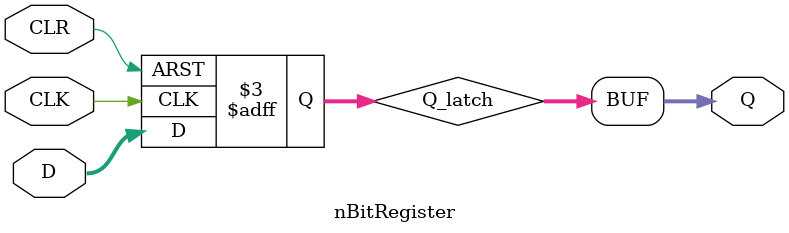
<source format=sv>
module nBitRegister #(parameter W = 4) (
  input [W-1:0] D,
  input CLK,
  input CLR,
  output [W-1:0] Q
);
  assign Q = Q_latch;
  reg [W-1:0] Q_latch;
  
  always_ff @ (negedge CLK, negedge CLR)
  begin
    if(~CLR) Q_latch <= 0;
    else Q_latch <= D;
  end
endmodule
</source>
